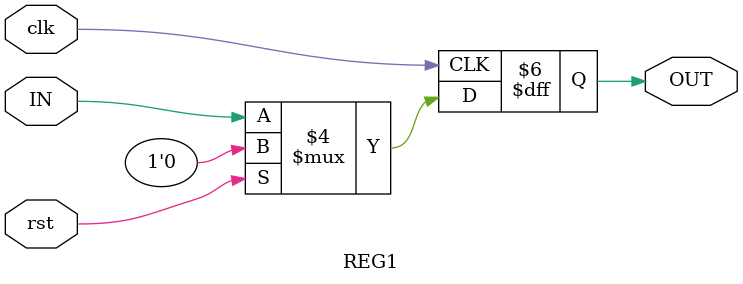
<source format=v>
`timescale 10ps / 1ps
module REG1(clk,rst,IN, OUT);

input wire clk;
input wire rst;
input wire IN;
output reg OUT;

always@(posedge clk)
begin
	if(rst == 1)
		OUT <= 1'b0;
	else
		OUT <= IN;
end

endmodule

</source>
